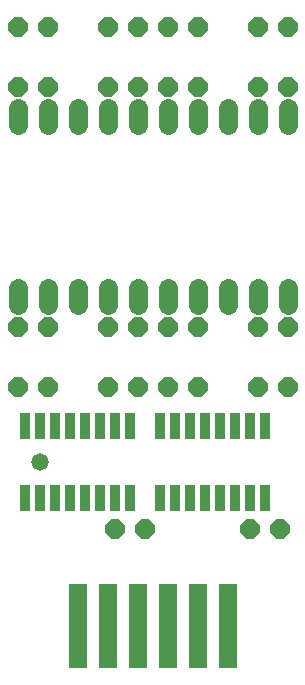
<source format=gts>
G75*
G70*
%OFA0B0*%
%FSLAX24Y24*%
%IPPOS*%
%LPD*%
%AMOC8*
5,1,8,0,0,1.08239X$1,22.5*
%
%ADD10C,0.0640*%
%ADD11OC8,0.0640*%
%ADD12R,0.0340X0.0880*%
%ADD13R,0.0600X0.2836*%
%ADD14C,0.0580*%
D10*
X001181Y012355D02*
X001181Y012915D01*
X002181Y012915D02*
X002181Y012355D01*
X003181Y012355D02*
X003181Y012915D01*
X004181Y012915D02*
X004181Y012355D01*
X005181Y012355D02*
X005181Y012915D01*
X006181Y012915D02*
X006181Y012355D01*
X007181Y012355D02*
X007181Y012915D01*
X008181Y012915D02*
X008181Y012355D01*
X009181Y012355D02*
X009181Y012915D01*
X010181Y012915D02*
X010181Y012355D01*
X010181Y018355D02*
X010181Y018915D01*
X009181Y018915D02*
X009181Y018355D01*
X008181Y018355D02*
X008181Y018915D01*
X007181Y018915D02*
X007181Y018355D01*
X006181Y018355D02*
X006181Y018915D01*
X005181Y018915D02*
X005181Y018355D01*
X004181Y018355D02*
X004181Y018915D01*
X003181Y018915D02*
X003181Y018355D01*
X002181Y018355D02*
X002181Y018915D01*
X001181Y018915D02*
X001181Y018355D01*
D11*
X001181Y019635D03*
X001181Y021635D03*
X002181Y021635D03*
X002181Y019635D03*
X004181Y019635D03*
X005181Y019635D03*
X006181Y019635D03*
X007181Y019635D03*
X007181Y021635D03*
X006181Y021635D03*
X005181Y021635D03*
X004181Y021635D03*
X004181Y011635D03*
X005181Y011635D03*
X006181Y011635D03*
X007181Y011635D03*
X007181Y009635D03*
X006181Y009635D03*
X005181Y009635D03*
X004181Y009635D03*
X002181Y009635D03*
X002181Y011635D03*
X001181Y011635D03*
X001181Y009635D03*
X004431Y004885D03*
X005431Y004885D03*
X008931Y004885D03*
X009931Y004885D03*
X010181Y009635D03*
X009181Y009635D03*
X009181Y011635D03*
X010181Y011635D03*
X010181Y019635D03*
X009181Y019635D03*
X009181Y021635D03*
X010181Y021635D03*
D12*
X001431Y005925D03*
X001931Y005925D03*
X002431Y005925D03*
X002931Y005925D03*
X003431Y005925D03*
X003931Y005925D03*
X004431Y005925D03*
X004931Y005925D03*
X005931Y005925D03*
X006431Y005925D03*
X006931Y005925D03*
X007431Y005925D03*
X007931Y005925D03*
X008431Y005925D03*
X008931Y005925D03*
X009431Y005925D03*
X009431Y008345D03*
X008931Y008345D03*
X008431Y008345D03*
X007931Y008345D03*
X007431Y008345D03*
X006931Y008345D03*
X006431Y008345D03*
X005931Y008345D03*
X004931Y008345D03*
X004431Y008345D03*
X003931Y008345D03*
X003431Y008345D03*
X002931Y008345D03*
X002431Y008345D03*
X001931Y008345D03*
X001431Y008345D03*
D13*
X003181Y001660D03*
X004181Y001660D03*
X005181Y001660D03*
X006181Y001660D03*
X007181Y001660D03*
X008181Y001660D03*
D14*
X001931Y007135D03*
M02*

</source>
